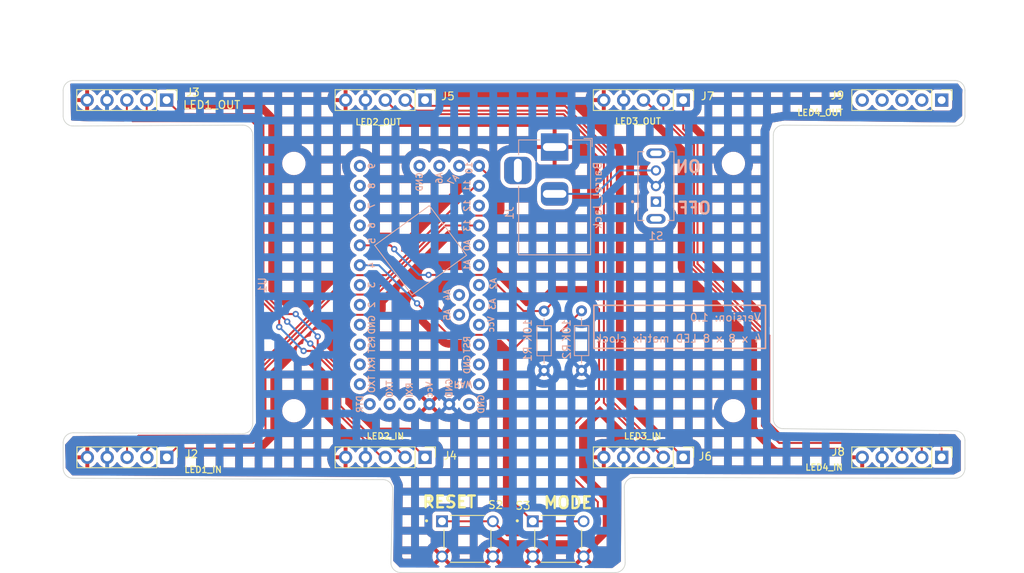
<source format=kicad_pcb>
(kicad_pcb (version 20240108) (generator "pcbnew") (generator_version "8.0")
  (layers (0 "F.Cu" signal) (31 "B.Cu" signal) (34 "B.Paste" user) (35 "F.Paste" user) (36 "B.SilkS" user "B.Silkscreen") (37 "F.SilkS" user "F.Silkscreen") (38 "B.Mask" user) (39 "F.Mask" user) (44 "Edge.Cuts" user))
  (property "design_version" "1.0")
  (net 0 "")
  (net 1 "/Vcc")
  (net 2 "Net-(J1-Pad2)")
  (net 3 "/DIN0")
  (net 4 "/CS0")
  (net 5 "/CLK0")
  (net 6 "GND")
  (net 7 "/CLK1")
  (net 8 "/DIN1")
  (net 9 "/CS1")
  (net 10 "/CS2")
  (net 11 "/DIN2")
  (net 12 "/CLK2")
  (net 13 "/CLK3")
  (net 14 "/DIN3")
  (net 15 "/CS3")
  (net 21 "/TIMER_SELECT")
  (net 22 "/MODE_SELECT")
  (footprint "Connector_PinHeader_2.54mm:PinHeader_1x05_P2.54mm_Vertical" (layer "F.Cu") (at 229.4332 108.8136 -90)
    (property "Reference" "J8" (at -0.7136 13.2332 180) (layer "F.SilkS"))
    (property "Value" "LED4_IN" (at 1.2864 15.0332 180) (layer "F.SilkS") (effects (font (size 0.8 0.8))))
    (fp_line (start -1.33 11.49) (end 1.33 11.49) (stroke (width 0.12)) (layer "F.SilkS"))
    (fp_line (start -1.33 1.27) (end -1.33 11.49) (stroke (width 0.12)) (layer "F.SilkS"))
    (fp_line (start -1.33 1.27) (end 1.33 1.27) (stroke (width 0.12)) (layer "F.SilkS"))
    (fp_line (start 1.33 1.27) (end 1.33 11.49) (stroke (width 0.12)) (layer "F.SilkS"))
    (fp_line (start -1.33 0) (end -1.33 -1.33) (stroke (width 0.12)) (layer "F.SilkS"))
    (fp_line (start -1.33 -1.33) (end 0 -1.33) (stroke (width 0.12)) (layer "F.SilkS"))
    (pad "1" thru_hole rect (at 0 0 270) (size 1.7 1.7) (drill 1) (layers "*.Cu" "*.Mask") (net 13 "/CLK3"))
    (pad "2" thru_hole oval (at 0 2.54 270) (size 1.7 1.7) (drill 1) (layers "*.Cu" "*.Mask") (net 15 "/CS3"))
    (pad "3" thru_hole oval (at 0 5.08 270) (size 1.7 1.7) (drill 1) (layers "*.Cu" "*.Mask") (net 14 "/DIN3"))
    (pad "4" thru_hole oval (at 0 7.62 270) (size 1.7 1.7) (drill 1) (layers "*.Cu" "*.Mask") (net 6 "GND"))
    (pad "5" thru_hole oval (at 0 10.16 270) (size 1.7 1.7) (drill 1) (layers "*.Cu" "*.Mask") (net 1 "/Vcc"))
  )
  (footprint "MountingHole:MountingHole_2.5mm" (layer "F.Cu") (at 202.8 71.2 180)
    (property "Reference" "H3" (hide yes))
    (property "Value" "MountingHole" (hide yes))
    (pad "" np_thru_hole circle (at 0 0 180) (size 2.5 2.5) (drill 2.5) (layers "*.Cu" "*.Mask"))
  )
  (footprint "MountingHole:MountingHole_2.5mm" (layer "F.Cu") (at 202.8 102.85 180)
    (property "Reference" "H4" (hide yes))
    (property "Value" "MountingHole" (hide yes))
    (pad "" np_thru_hole circle (at 0 0 180) (size 2.5 2.5) (drill 2.5) (layers "*.Cu" "*.Mask"))
  )
  (footprint "Connector_PinHeader_2.54mm:PinHeader_1x05_P2.54mm_Vertical" (layer "F.Cu") (at 163.3728 63.0936 -90)
    (property "Reference" "J5" (at -0.4936 -2.9272 180) (layer "F.SilkS"))
    (property "Value" "LED2_OUT" (at 2.8064 5.9728 180) (layer "F.SilkS") (effects (font (size 0.8 0.8))))
    (fp_line (start -1.33 11.49) (end 1.33 11.49) (stroke (width 0.12)) (layer "F.SilkS"))
    (fp_line (start -1.33 1.27) (end -1.33 11.49) (stroke (width 0.12)) (layer "F.SilkS"))
    (fp_line (start -1.33 1.27) (end 1.33 1.27) (stroke (width 0.12)) (layer "F.SilkS"))
    (fp_line (start 1.33 1.27) (end 1.33 11.49) (stroke (width 0.12)) (layer "F.SilkS"))
    (fp_line (start -1.33 0) (end -1.33 -1.33) (stroke (width 0.12)) (layer "F.SilkS"))
    (fp_line (start -1.33 -1.33) (end 0 -1.33) (stroke (width 0.12)) (layer "F.SilkS"))
    (pad "1" thru_hole rect (at 0 0 270) (size 1.7 1.7) (drill 1) (layers "*.Cu" "*.Mask") (net 12 "/CLK2"))
    (pad "2" thru_hole oval (at 0 2.54 270) (size 1.7 1.7) (drill 1) (layers "*.Cu" "*.Mask") (net 10 "/CS2"))
    (pad "3" thru_hole oval (at 0 5.08 270) (size 1.7 1.7) (drill 1) (layers "*.Cu" "*.Mask") (net 11 "/DIN2"))
    (pad "4" thru_hole oval (at 0 7.62 270) (size 1.7 1.7) (drill 1) (layers "*.Cu" "*.Mask") (net 6 "GND"))
    (pad "5" thru_hole oval (at 0 10.16 270) (size 1.7 1.7) (drill 1) (layers "*.Cu" "*.Mask") (net 1 "/Vcc"))
  )
  (footprint "Connector_PinHeader_2.54mm:PinHeader_1x05_P2.54mm_Vertical" (layer "F.Cu") (at 196.3878 108.8136 -90)
    (property "Reference" "J6" (at -0.1136 -2.8122 180) (layer "F.SilkS"))
    (property "Value" "LED3_IN" (at -2.7136 5.1878 180) (layer "F.SilkS") (effects (font (size 0.8 0.8))))
    (fp_line (start -1.33 11.49) (end 1.33 11.49) (stroke (width 0.12)) (layer "F.SilkS"))
    (fp_line (start -1.33 1.27) (end -1.33 11.49) (stroke (width 0.12)) (layer "F.SilkS"))
    (fp_line (start -1.33 1.27) (end 1.33 1.27) (stroke (width 0.12)) (layer "F.SilkS"))
    (fp_line (start 1.33 1.27) (end 1.33 11.49) (stroke (width 0.12)) (layer "F.SilkS"))
    (fp_line (start -1.33 0) (end -1.33 -1.33) (stroke (width 0.12)) (layer "F.SilkS"))
    (fp_line (start -1.33 -1.33) (end 0 -1.33) (stroke (width 0.12)) (layer "F.SilkS"))
    (pad "1" thru_hole rect (at 0 0 270) (size 1.7 1.7) (drill 1) (layers "*.Cu" "*.Mask") (net 12 "/CLK2"))
    (pad "2" thru_hole oval (at 0 2.54 270) (size 1.7 1.7) (drill 1) (layers "*.Cu" "*.Mask") (net 10 "/CS2"))
    (pad "3" thru_hole oval (at 0 5.08 270) (size 1.7 1.7) (drill 1) (layers "*.Cu" "*.Mask") (net 11 "/DIN2"))
    (pad "4" thru_hole oval (at 0 7.62 270) (size 1.7 1.7) (drill 1) (layers "*.Cu" "*.Mask") (net 6 "GND"))
    (pad "5" thru_hole oval (at 0 10.16 270) (size 1.7 1.7) (drill 1) (layers "*.Cu" "*.Mask") (net 1 "/Vcc"))
  )
  (footprint "Footprints for project:SW_1825967-1" (layer "F.Cu") (at 180.4 119.25)
    (property "Reference" "S3" (at -4.5 -4.25 0) (layer "F.SilkS"))
    (property "Value" "1825967-1" (hide yes))
    (fp_line (start -3 1.17) (end -3 -1.17) (stroke (width 0.127)) (layer "F.SilkS"))
    (fp_line (start -2.17 3) (end 2.17 3) (stroke (width 0.127)) (layer "F.SilkS"))
    (fp_line (start 2.17 -3) (end -2.17 -3) (stroke (width 0.127)) (layer "F.SilkS"))
    (fp_line (start 3 -1.17) (end 3 1.17) (stroke (width 0.127)) (layer "F.SilkS"))
    (fp_circle (center -5.23 -2.312) (end -5.13 -2.312) (stroke (width 0.2)) (fill none) (layer "F.SilkS"))
    (pad "1" thru_hole rect (at -3.25 -2.25) (size 1.508 1.508) (drill 1) (layers "*.Cu" "*.Mask") (net 22 "/MODE_SELECT"))
    (pad "2" thru_hole circle (at 3.25 -2.25) (size 1.508 1.508) (drill 1) (layers "*.Cu" "*.Mask") (net 22 "/MODE_SELECT"))
    (pad "3" thru_hole circle (at -3.25 2.25) (size 1.508 1.508) (drill 1) (layers "*.Cu" "*.Mask") (net 1 "/Vcc"))
    (pad "4" thru_hole circle (at 3.25 2.25) (size 1.508 1.508) (drill 1) (layers "*.Cu" "*.Mask") (net 1 "/Vcc"))
  )
  (footprint "MountingHole:MountingHole_2.5mm" (layer "F.Cu") (at 146.6 102.85 180)
    (property "Reference" "H2" (hide yes))
    (property "Value" "MountingHole" (hide yes))
    (pad "" np_thru_hole circle (at 0 0 180) (size 2.5 2.5) (drill 2.5) (layers "*.Cu" "*.Mask"))
  )
  (footprint "MountingHole:MountingHole_2.5mm" (layer "F.Cu") (at 146.6 71.2 180)
    (property "Reference" "H1" (hide yes))
    (property "Value" "MountingHole" (hide yes))
    (pad "" np_thru_hole circle (at 0 0 180) (size 2.5 2.5) (drill 2.5) (layers "*.Cu" "*.Mask"))
  )
  (footprint "Connector_PinHeader_2.54mm:PinHeader_1x05_P2.54mm_Vertical" (layer "F.Cu") (at 196.3878 63.0936 -90)
    (property "Reference" "J7" (at -0.4936 -3.1122 180) (layer "F.SilkS"))
    (property "Value" "LED3_OUT" (at 2.7064 5.7878 180) (layer "F.SilkS") (effects (font (size 0.8 0.8))))
    (fp_line (start -1.33 11.49) (end 1.33 11.49) (stroke (width 0.12)) (layer "F.SilkS"))
    (fp_line (start -1.33 1.27) (end -1.33 11.49) (stroke (width 0.12)) (layer "F.SilkS"))
    (fp_line (start -1.33 1.27) (end 1.33 1.27) (stroke (width 0.12)) (layer "F.SilkS"))
    (fp_line (start 1.33 1.27) (end 1.33 11.49) (stroke (width 0.12)) (layer "F.SilkS"))
    (fp_line (start -1.33 0) (end -1.33 -1.33) (stroke (width 0.12)) (layer "F.SilkS"))
    (fp_line (start -1.33 -1.33) (end 0 -1.33) (stroke (width 0.12)) (layer "F.SilkS"))
    (pad "1" thru_hole rect (at 0 0 270) (size 1.7 1.7) (drill 1) (layers "*.Cu" "*.Mask") (net 13 "/CLK3"))
    (pad "2" thru_hole oval (at 0 2.54 270) (size 1.7 1.7) (drill 1) (layers "*.Cu" "*.Mask") (net 15 "/CS3"))
    (pad "3" thru_hole oval (at 0 5.08 270) (size 1.7 1.7) (drill 1) (layers "*.Cu" "*.Mask") (net 14 "/DIN3"))
    (pad "4" thru_hole oval (at 0 7.62 270) (size 1.7 1.7) (drill 1) (layers "*.Cu" "*.Mask") (net 6 "GND"))
    (pad "5" thru_hole oval (at 0 10.16 270) (size 1.7 1.7) (drill 1) (layers "*.Cu" "*.Mask") (net 1 "/Vcc"))
  )
  (footprint "Connector_PinHeader_2.54mm:PinHeader_1x05_P2.54mm_Vertical" (layer "F.Cu") (at 130.3528 108.8136 -90)
    (property "Reference" "J2" (at -0.4136 -3.1472 180) (layer "F.SilkS"))
    (property "Value" "LED1_IN" (at 1.5864 -4.6472 180) (layer "F.SilkS") (effects (font (size 0.8 0.8))))
    (fp_line (start -1.33 11.49) (end 1.33 11.49) (stroke (width 0.12)) (layer "F.SilkS"))
    (fp_line (start -1.33 1.27) (end -1.33 11.49) (stroke (width 0.12)) (layer "F.SilkS"))
    (fp_line (start -1.33 1.27) (end 1.33 1.27) (stroke (width 0.12)) (layer "F.SilkS"))
    (fp_line (start 1.33 1.27) (end 1.33 11.49) (stroke (width 0.12)) (layer "F.SilkS"))
    (fp_line (start -1.33 0) (end -1.33 -1.33) (stroke (width 0.12)) (layer "F.SilkS"))
    (fp_line (start -1.33 -1.33) (end 0 -1.33) (stroke (width 0.12)) (layer "F.SilkS"))
    (pad "1" thru_hole rect (at 0 0 270) (size 1.7 1.7) (drill 1) (layers "*.Cu" "*.Mask") (net 5 "/CLK0"))
    (pad "2" thru_hole oval (at 0 2.54 270) (size 1.7 1.7) (drill 1) (layers "*.Cu" "*.Mask") (net 4 "/CS0"))
    (pad "3" thru_hole oval (at 0 5.08 270) (size 1.7 1.7) (drill 1) (layers "*.Cu" "*.Mask") (net 3 "/DIN0"))
    (pad "4" thru_hole oval (at 0 7.62 270) (size 1.7 1.7) (drill 1) (layers "*.Cu" "*.Mask") (net 6 "GND"))
    (pad "5" thru_hole oval (at 0 10.16 270) (size 1.7 1.7) (drill 1) (layers "*.Cu" "*.Mask") (net 1 "/Vcc"))
  )
  (footprint "Footprints for project:SW_1825967-1" (layer "F.Cu") (at 168.8 119.25)
    (property "Reference" "S2" (at 3.6 -4.35 360) (layer "F.SilkS"))
    (property "Value" "1825967-1" (hide yes))
    (fp_line (start -3 1.17) (end -3 -1.17) (stroke (width 0.127)) (layer "F.SilkS"))
    (fp_line (start -2.17 3) (end 2.17 3) (stroke (width 0.127)) (layer "F.SilkS"))
    (fp_line (start 2.17 -3) (end -2.17 -3) (stroke (width 0.127)) (layer "F.SilkS"))
    (fp_line (start 3 -1.17) (end 3 1.17) (stroke (width 0.127)) (layer "F.SilkS"))
    (fp_circle (center -5.23 -2.312) (end -5.13 -2.312) (stroke (width 0.2)) (fill none) (layer "F.SilkS"))
    (pad "1" thru_hole rect (at -3.25 -2.25) (size 1.508 1.508) (drill 1) (layers "*.Cu" "*.Mask") (net 21 "/TIMER_SELECT"))
    (pad "2" thru_hole circle (at 3.25 -2.25) (size 1.508 1.508) (drill 1) (layers "*.Cu" "*.Mask") (net 21 "/TIMER_SELECT"))
    (pad "3" thru_hole circle (at -3.25 2.25) (size 1.508 1.508) (drill 1) (layers "*.Cu" "*.Mask") (net 1 "/Vcc"))
    (pad "4" thru_hole circle (at 3.25 2.25) (size 1.508 1.508) (drill 1) (layers "*.Cu" "*.Mask") (net 1 "/Vcc"))
  )
  (footprint "Connector_PinHeader_2.54mm:PinHeader_1x05_P2.54mm_Vertical" (layer "F.Cu") (at 229.4332 63.0936 -90)
    (property "Reference" "J9" (at -0.5936 13.3332 180) (layer "F.SilkS"))
    (property "Value" "LED4_OUT" (at 1.6064 15.5332 180) (layer "F.SilkS") (effects (font (size 0.8 0.8))))
    (fp_line (start -1.33 11.49) (end 1.33 11.49) (stroke (width 0.12)) (layer "F.SilkS"))
    (fp_line (start -1.33 1.27) (end -1.33 11.49) (stroke (width 0.12)) (layer "F.SilkS"))
    (fp_line (start -1.33 1.27) (end 1.33 1.27) (stroke (width 0.12)) (layer "F.SilkS"))
    (fp_line (start 1.33 1.27) (end 1.33 11.49) (stroke (width 0.12)) (layer "F.SilkS"))
    (fp_line (start -1.33 0) (end -1.33 -1.33) (stroke (width 0.12)) (layer "F.SilkS"))
    (fp_line (start -1.33 -1.33) (end 0 -1.33) (stroke (width 0.12)) (layer "F.SilkS"))
    (pad "1" thru_hole rect (at 0 0 270) (size 1.7 1.7) (drill 1) (layers "*.Cu" "*.Mask"))
    (pad "2" thru_hole oval (at 0 2.54 270) (size 1.7 1.7) (drill 1) (layers "*.Cu" "*.Mask"))
    (pad "3" thru_hole oval (at 0 5.08 270) (size 1.7 1.7) (drill 1) (layers "*.Cu" "*.Mask"))
    (pad "4" thru_hole oval (at 0 7.62 270) (size 1.7 1.7) (drill 1) (layers "*.Cu" "*.Mask"))
    (pad "5" thru_hole oval (at 0 10.16 270) (size 1.7 1.7) (drill 1) (layers "*.Cu" "*.Mask"))
  )
  (footprint "Connector_PinHeader_2.54mm:PinHeader_1x05_P2.54mm_Vertical" (layer "F.Cu") (at 130.3274 63.0936 -90)
    (property "Reference" "J3" (at -0.9936 -3.3726 180) (layer "F.SilkS"))
    (property "Value" "LED1_OUT" (at 0.6064 -5.7726 180) (layer "F.SilkS"))
    (fp_line (start -1.33 11.49) (end 1.33 11.49) (stroke (width 0.12)) (layer "F.SilkS"))
    (fp_line (start -1.33 1.27) (end -1.33 11.49) (stroke (width 0.12)) (layer "F.SilkS"))
    (fp_line (start -1.33 1.27) (end 1.33 1.27) (stroke (width 0.12)) (layer "F.SilkS"))
    (fp_line (start 1.33 1.27) (end 1.33 11.49) (stroke (width 0.12)) (layer "F.SilkS"))
    (fp_line (start -1.33 0) (end -1.33 -1.33) (stroke (width 0.12)) (layer "F.SilkS"))
    (fp_line (start -1.33 -1.33) (end 0 -1.33) (stroke (width 0.12)) (layer "F.SilkS"))
    (pad "1" thru_hole rect (at 0 0 270) (size 1.7 1.7) (drill 1) (layers "*.Cu" "*.Mask") (net 7 "/CLK1"))
    (pad "2" thru_hole oval (at 0 2.54 270) (size 1.7 1.7) (drill 1) (layers "*.Cu" "*.Mask") (net 9 "/CS1"))
    (pad "3" thru_hole oval (at 0 5.08 270) (size 1.7 1.7) (drill 1) (layers "*.Cu" "*.Mask") (net 8 "/DIN1"))
    (pad "4" thru_hole oval (at 0 7.62 270) (size 1.7 1.7) (drill 1) (layers "*.Cu" "*.Mask") (net 6 "GND"))
    (pad "5" thru_hole oval (at 0 10.16 270) (size 1.7 1.7) (drill 1) (layers "*.Cu" "*.Mask") (net 1 "/Vcc"))
  )
  (footprint "Connector_PinHeader_2.54mm:PinHeader_1x05_P2.54mm_Vertical" (layer "F.Cu") (at 163.3728 108.8136 -90)
    (property "Reference" "J4" (at -0.2136 -3.2272 180) (layer "F.SilkS"))
    (property "Value" "LED2_IN" (at -2.7136 5.0728 180) (layer "F.SilkS") (effects (font (size 0.8 0.8))))
    (fp_line (start -1.33 11.49) (end 1.33 11.49) (stroke (width 0.12)) (layer "F.SilkS"))
    (fp_line (start -1.33 1.27) (end -1.33 11.49) (stroke (width 0.12)) (layer "F.SilkS"))
    (fp_line (start -1.33 1.27) (end 1.33 1.27) (stroke (width 0.12)) (layer "F.SilkS"))
    (fp_line (start 1.33 1.27) (end 1.33 11.49) (stroke (width 0.12)) (layer "F.SilkS"))
    (fp_line (start -1.33 0) (end -1.33 -1.33) (stroke (width 0.12)) (layer "F.SilkS"))
    (fp_line (start -1.33 -1.33) (end 0 -1.33) (stroke (width 0.12)) (layer "F.SilkS"))
    (pad "1" thru_hole rect (at 0 0 270) (size 1.7 1.7) (drill 1) (layers "*.Cu" "*.Mask") (net 7 "/CLK1"))
    (pad "2" thru_hole oval (at 0 2.54 270) (size 1.7 1.7) (drill 1) (layers "*.Cu" "*.Mask") (net 9 "/CS1"))
    (pad "3" thru_hole oval (at 0 5.08 270) (size 1.7 1.7) (drill 1) (layers "*.Cu" "*.Mask") (net 8 "/DIN1"))
    (pad "4" thru_hole oval (at 0 7.62 270) (size 1.7 1.7) (drill 1) (layers "*.Cu" "*.Mask") (net 6 "GND"))
    (pad "5" thru_hole oval (at 0 10.16 270) (size 1.7 1.7) (drill 1) (layers "*.Cu" "*.Mask") (net 1 "/Vcc"))
  )
  (footprint "Connector_BarrelJack:BarrelJack_Horizontal" (layer "B.Cu") (at 179.9425 69.1 90)
    (property "Reference" "J1" (at -8.45 -5.75 270) (layer "B.SilkS") (effects (justify mirror)))
    (property "Value" "Barrel_Jack" (at -6.2 5.5 270) (layer "B.SilkS") (effects (justify mirror)))
    (fp_line (start 0.9 -4.6) (end 0.9 -1.9) (stroke (width 0.12)) (layer "B.SilkS"))
    (fp_line (start -1 -4.6) (end 0.9 -4.6) (stroke (width 0.12)) (layer "B.SilkS"))
    (fp_line (start -13.8 -4.6) (end -5 -4.6) (stroke (width 0.12)) (layer "B.SilkS"))
    (fp_line (start 0.9 2) (end 0.9 4.6) (stroke (width 0.12)) (layer "B.SilkS"))
    (fp_line (start 0.9 4.6) (end -13.8 4.6) (stroke (width 0.12)) (layer "B.SilkS"))
    (fp_line (start -13.8 4.6) (end -13.8 -4.6) (stroke (width 0.12)) (layer "B.SilkS"))
    (fp_line (start 1.1 4.8) (end 1.1 3.75) (stroke (width 0.12)) (layer "B.SilkS"))
    (fp_line (start 1.1 4.8) (end 0.05 4.8) (stroke (width 0.12)) (layer "B.SilkS"))
    (pad "1" thru_hole rect (at 0 0 90) (size 3.5 3.5) (drill oval 1 3) (layers "*.Cu" "*.Mask") (net 1 "/Vcc"))
    (pad "2" thru_hole roundrect (at -6 0 90) (size 3 3.5) (drill oval 1 3) (layers "*.Cu" "*.Mask") (net 2 "Net-(J1-Pad2)"))
    (pad "3" thru_hole roundrect (at -3 -4.7 90) (size 3.5 3.5) (drill oval 3 1) (layers "*.Cu" "*.Mask"))
  )
  (footprint "Footprints for project:SW_SS12D07VG4" (layer "B.Cu") (at 192.9 74.1 90)
    (property "Reference" "S1" (at -6.4 0 0) (layer "B.SilkS") (effects (justify mirror)))
    (property "Value" "SS12D07VG4")
    (fp_line (start 4.4 -2.3) (end -4.4 -2.3) (stroke (width 0.127)) (layer "B.SilkS"))
    (fp_line (start 4.4 -1.55) (end 4.4 -2.3) (stroke (width 0.127)) (layer "B.SilkS"))
    (fp_line (start -4.4 -1.55) (end -4.4 -2.3) (stroke (width 0.127)) (layer "B.SilkS"))
    (fp_line (start 4.4 1.55) (end 4.4 2.3) (stroke (width 0.127)) (layer "B.SilkS"))
    (fp_line (start -4.4 1.55) (end -4.4 2.3) (stroke (width 0.127)) (layer "B.SilkS"))
    (fp_line (start -4.4 2.3) (end 4.4 2.3) (stroke (width 0.127)) (layer "B.SilkS"))
    (fp_circle (center -2 -3) (end -1.9 -3) (stroke (width 0.2)) (fill none) (layer "B.SilkS"))
    (pad "1" thru_hole rect (at -2 0 90) (size 1.308 1.308) (drill 0.8) (layers "*.Cu" "*.Mask"))
    (pad "2" thru_hole circle (at 0 0 90) (size 1.308 1.308) (drill 0.8) (layers "*.Cu" "*.Mask") (net 6 "GND"))
    (pad "3" thru_hole circle (at 2 0 90) (size 1.308 1.308) (drill 0.8) (layers "*.Cu" "*.Mask") (net 2 "Net-(J1-Pad2)"))
    (pad "S1" thru_hole oval (at -4.2 0 90) (size 1.23 2.46) (drill oval 0.7 1.5) (layers "*.Cu" "*.Mask"))
    (pad "S2" thru_hole oval (at 4.2 0 90) (size 1.23 2.46) (drill oval 0.7 1.5) (layers "*.Cu" "*.Mask"))
  )
  (footprint "Resistor_THT:R_Axial_DIN0204_L3.6mm_D1.6mm_P7.62mm_Horizontal" (layer "B.Cu") (at 178.6 97.71 90)
    (property "Reference" "R1" (at 2.11 -2.1 270) (layer "B.SilkS") (effects (justify mirror)))
    (property "Value" "10K" (at 5.11 -2.1 270) (layer "B.SilkS") (effects (justify mirror)))
    (fp_line (start 5.73 -0.92) (end 1.89 -0.92) (stroke (width 0.12)) (layer "B.SilkS"))
    (fp_line (start 1.89 -0.92) (end 1.89 0.92) (stroke (width 0.12)) (layer "B.SilkS"))
    (fp_line (start 5.73 0) (end 6.68 0) (stroke (width 0.12)) (layer "B.SilkS"))
    (fp_line (start 1.89 0) (end 0.94 0) (stroke (width 0.12)) (layer "B.SilkS"))
    (fp_line (start 5.73 0.92) (end 5.73 -0.92) (stroke (width 0.12)) (layer "B.SilkS"))
    (fp_line (start 1.89 0.92) (end 5.73 0.92) (stroke (width 0.12)) (layer "B.SilkS"))
    (pad "1" thru_hole circle (at 0 0 90) (size 1.4 1.4) (drill 0.7) (layers "*.Cu" "*.Mask") (net 6 "GND"))
    (pad "2" thru_hole oval (at 7.62 0 90) (size 1.4 1.4) (drill 0.7) (layers "*.Cu" "*.Mask") (net 21 "/TIMER_SELECT"))
  )
  (footprint "Resistor_THT:R_Axial_DIN0204_L3.6mm_D1.6mm_P7.62mm_Horizontal" (layer "B.Cu") (at 183.388 97.6884 90)
    (property "Reference" "R2" (at 2.3884 -1.888 270) (layer "B.SilkS") (effects (justify mirror)))
    (property "Value" "10K" (at 5.0884 -1.92 270) (layer "B.SilkS") (effects (justify mirror)))
    (fp_line (start 5.73 -0.92) (end 1.89 -0.92) (stroke (width 0.12)) (layer "B.SilkS"))
    (fp_line (start 1.89 -0.92) (end 1.89 0.92) (stroke (width 0.12)) (layer "B.SilkS"))
    (fp_line (start 5.73 0) (end 6.68 0) (stroke (width 0.12)) (layer "B.SilkS"))
    (fp_line (start 1.89 0) (end 0.94 0) (stroke (width 0.12)) (layer "B.SilkS"))
    (fp_line (start 5.73 0.92) (end 5.73 -0.92) (stroke (width 0.12)) (layer "B.SilkS"))
    (fp_line (start 1.89 0.92) (end 5.73 0.92) (stroke (width 0.12)) (layer "B.SilkS"))
    (pad "1" thru_hole circle (at 0 0 90) (size 1.4 1.4) (drill 0.7) (layers "*.Cu" "*.Mask") (net 6 "GND"))
    (pad "2" thru_hole oval (at 7.62 0 90) (size 1.4 1.4) (drill 0.7) (layers "*.Cu" "*.Mask") (net 22 "/MODE_SELECT"))
  )
  (footprint "Footprints for project:ArduinoProMiniCustom" (layer "B.Cu") (at 152.495 66.445 -90)
    (property "Reference" "U1" (at 20.32 9.906 90) (layer "B.SilkS") (effects (justify mirror)))
    (property "Value" "ArduinoProMiniSimple")
    (fp_line (start 15.24 -4.445) (end 21.59 -9.2075) (stroke (width 0.12)) (layer "B.SilkS"))
    (fp_line (start 15.24 -4.445) (end 10.16 -11.43) (stroke (width 0.12)) (layer "B.SilkS"))
    (fp_line (start 21.59 -9.2075) (end 16.51 -16.1925) (stroke (width 0.12)) (layer "B.SilkS"))
    (fp_line (start 10.16 -11.43) (end 16.51 -16.1925) (stroke (width 0.12)) (layer "B.SilkS"))
    (fp_text user "GND" (at 7.131827 -10.16 90) (layer "B.SilkS") (effects (font (size 0.8 0.8)) (justify mirror)))
    (fp_text user "9" (at 5.08 -4.064 90) (layer "B.SilkS") (effects (font (size 0.8 0.8)) (justify mirror)))
    (fp_text user "A3" (at 22.755 -19.505 90) (layer "B.SilkS") (effects (font (size 0.8 0.8)) (justify mirror)))
    (fp_text user "RST" (at 27.94 -16.256 90) (layer "B.SilkS") (effects (font (size 0.8 0.8)) (justify mirror)))
    (fp_text user "8" (at 7.62 -4.064 90) (layer "B.SilkS") (effects (font (size 0.8 0.8)) (justify mirror)))
    (fp_text user "7" (at 10.16 -4.064 90) (layer "B.SilkS") (effects (font (size 0.8 0.8)) (justify mirror)))
    (fp_text user "GND" (at 30.48 -16.256 90) (layer "B.SilkS") (effects (font (size 0.8 0.8)) (justify mirror)))
    (fp_text user "RXI" (at 30.48 -4.064 90) (layer "B.SilkS") (effects (font (size 0.8 0.8)) (justify mirror)))
    (fp_text user "A4" (at 21.59 -13.716 90) (layer "B.SilkS") (effects (font (size 0.8 0.8)) (justify mirror)))
    (fp_text user "A1" (at 17.78 -16.256 90) (layer "B.SilkS") (effects (font (size 0.8 0.8)) (justify mirror)))
    (fp_text user "GND" (at 33.528 -13.97 90) (layer "B.SilkS") (effects (font (size 0.8 0.8)) (justify mirror)))
    (fp_text user "4" (at 17.78 -4.064 90) (layer "B.SilkS") (effects (font (size 0.8 0.8)) (justify mirror)))
    (fp_text user "A7" (at 6.858 -14.478 45) (layer "B.SilkS") (effects (font (size 0.8 0.8)) (justify mirror)))
    (fp_text user "RST" (at 27.94 -4.064 90) (layer "B.SilkS") (effects (font (size 0.8 0.8)) (justify mirror)))
    (fp_text user "2" (at 22.86 -4.064 90) (layer "B.SilkS") (effects (font (size 0.8 0.8)) (justify mirror)))
    (fp_text user "GND" (at 25.4 -4.064 90) (layer "B.SilkS") (effects (font (size 0.8 0.8)) (justify mirror)))
    (fp_text user "11" (at 7.62 -16.256 90) (layer "B.SilkS") (effects (font (size 0.8 0.8)) (justify mirror)))
    (fp_text user "A6" (at 6.636589 -12.7 90) (layer "B.SilkS") (effects (font (size 0.8 0.8)) (justify mirror)))
    (fp_text user "A2" (at 20.155 -19.605 90) (layer "B.SilkS") (effects (font (size 0.8 0.8)) (justify mirror)))
    (fp_text user "GND" (at 35.56 -18.034 90) (layer "B.SilkS") (effects (font (size 0.8 0.8)) (justify mirror)))
    (fp_text user "3" (at 20.32 -4.064 90) (layer "B.SilkS") (effects (font (size 0.8 0.8)) (justify mirror)))
    (fp_text user "DTR" (at 35.56 -2.54 90) (layer "B.SilkS") (effects (font (size 0.8 0.8)) (justify mirror)))
    (fp_text user "TXO" (at 33.642286 -6.35 90) (layer "B.SilkS") (effects (font (size 0.8 0.8)) (justify mirror)))
    (fp_text user "RXI" (at 33.775619 -8.89 90) (layer "B.SilkS") (effects (font (size 0.8 0.8)) (justify mirror)))
    (fp_text user "10" (at 5.334 -16.51 90) (layer "B.SilkS") (effects (font (size 0.8 0.8)) (justify mirror)))
    (fp_text user "A0" (at 15.24 -16.256 90) (layer "B.SilkS") (effects (font (size 0.8 0.8)) (justify mirror)))
    (fp_text user "Vcc" (at 25.355 -19.305 90) (layer "B.SilkS") (effects (font (size 0.8 0.8)) (justify mirror)))
    (fp_text user "Vcc" (at 33.718476 -11.43 90) (layer "B.SilkS") (effects (font (size 0.8 0.8)) (justify mirror)))
    (fp_text user "TXO" (at 33.02 -4.064 90) (layer "B.SilkS") (effects (font (size 0.8 0.8)) (justify mirror)))
    (fp_text user "6" (at 12.7 -4.064 90) (layer "B.SilkS") (effects (font (size 0.8 0.8)) (justify mirror)))
    (fp_text user "5" (at 14.655 -4.105 90) (layer "B.SilkS") (effects (font (size 0.8 0.8)) (justify mirror)))
    (fp_text user "12" (at 10.16 -16.256 90) (layer "B.SilkS") (effects (font (size 0.8 0.8)) (justify mirror)))
    (fp_text user "A5" (at 24.13 -13.716 90) (layer "B.SilkS") (effects (font (size 0.8 0.8)) (justify mirror)))
    (fp_text user "13" (at 12.7 -16.256 90) (layer "B.SilkS") (effects (font (size 0.8 0.8)) (justify mirror)))
    (fp_text user "RAW" (at 33.02 -15.748 180) (layer "B.SilkS") (effects (font (size 0.8 0.8)) (justify mirror)))
    (pad "0" thru_hole circle (at 33.02 -2.54 270) (size 1.524 1.524) (drill 0.762) (layers "*.Cu" "*.Mask"))
    (pad "1" thru_hole circle (at 30.48 -2.54 270) (size 1.524 1.524) (drill 0.762) (layers "*.Cu" "*.Mask"))
    (pad "2" thru_hole circle (at 27.94 -2.54 270) (size 1.524 1.524) (drill 0.762) (layers "*.Cu" "*.Mask"))
    (pad "3" thru_hole circle (at 25.4 -2.54 270) (size 1.524 1.524) (drill 0.762) (layers "*.Cu" "*.Mask"))
    (pad "4" thru_hole circle (at 22.86 -2.54 270) (size 1.524 1.524) (drill 0.762) (layers "*.Cu" "*.Mask"))
    (pad "5" thru_hole circle (at 20.32 -2.54 270) (size 1.524 1.524) (drill 0.762) (layers "*.Cu" "*.Mask"))
    (pad "6" thru_hole circle (at 17.78 -2.54 270) (size 1.524 1.524) (drill 0.762) (layers "*.Cu" "*.Mask") (net 22 "/MODE_SELECT"))
    (pad "7" thru_hole circle (at 15.24 -2.54 270) (size 1.524 1.524) (drill 0.762) (layers "*.Cu" "*.Mask") (net 21 "/TIMER_SELECT"))
    (pad "8" thru_hole circle (at 12.7 -2.54 270) (size 1.524 1.524) (drill 0.762) (layers "*.Cu" "*.Mask"))
    (pad "9" thru_hole circle (at 10.16 -2.54 270) (size 1.524 1.524) (drill 0.762) (layers "*.Cu" "*.Mask"))
    (pad "10" thru_hole circle (at 7.62 -2.54 270) (size 1.524 1.524) (drill 0.762) (layers "*.Cu" "*.Mask"))
    (pad "11" thru_hole circle (at 5.08 -2.54 270) (size 1.524 1.524) (drill 0.762) (layers "*.Cu" "*.Mask"))
    (pad "12" thru_hole circle (at 5.08 -10.16 270) (size 1.524 1.524) (drill 0.762) (layers "*.Cu" "*.Mask"))
    (pad "13" thru_hole circle (at 5.08 -12.7 270) (size 1.524 1.524) (drill 0.762) (layers "*.Cu" "*.Mask"))
    (pad "14" thru_hole circle (at 5.08 -15.24 270) (size 1.524 1.524) (drill 0.762) (layers "*.Cu" "*.Mask"))
    (pad "15" thru_hole circle (at 5.08 -17.78 270) (size 1.524 1.524) (drill 0.762) (layers "*.Cu" "*.Mask") (net 4 "/CS0"))
    (pad "16" thru_hole circle (at 7.62 -17.78 270) (size 1.524 1.524) (drill 0.762) (layers "*.Cu" "*.Mask") (net 3 "/DIN0"))
    (pad "17" thru_hole circle (at 10.16 -17.78 270) (size 1.524 1.524) (drill 0.762) (layers "*.Cu" "*.Mask"))
    (pad "18" thru_hole circle (at 12.7 -17.78 270) (size 1.524 1.524) (drill 0.762) (layers "*.Cu" "*.Mask") (net 5 "/CLK0"))
    (pad "19" thru_hole circle (at 15.24 -17.78 270) (size 1.524 1.524) (drill 0.762) (layers "*.Cu" "*.Mask"))
    (pad "20" thru_hole circle (at 17.78 -17.78 270) (size 1.524 1.524) (drill 0.762) (layers "*.Cu" "*.Mask"))
    (pad "21" thru_hole circle (at 20.32 -17.78 270) (size 1.524 1.524) (drill 0.762) (layers "*.Cu" "*.Mask"))
    (pad "22" thru_hole circle (at 22.86 -17.78 270) (size 1.524 1.524) (drill 0.762) (layers "*.Cu" "*.Mask"))
    (pad "23" thru_hole circle (at 25.4 -17.78 270) (size 1.524 1.524) (drill 0.762) (layers "*.Cu" "*.Mask"))
    (pad "24" thru_hole circle (at 27.94 -17.78 270) (size 1.524 1.524) (drill 0.762) (layers "*.Cu" "*.Mask"))
    (pad "25" thru_hole circle (at 30.48 -17.78 270) (size 1.524 1.524) (drill 0.762) (layers "*.Cu" "*.Mask"))
    (pad "26" thru_hole circle (at 33.02 -17.78 270) (size 1.524 1.524) (drill 0.762) (layers "*.Cu" "*.Mask"))
    (pad "27" thru_hole circle (at 35.56 -16.51 270) (size 1.524 1.524) (drill 0.762) (layers "*.Cu" "*.Mask"))
    (pad "28" thru_hole circle (at 35.56 -13.97 270) (size 1.524 1.524) (drill 0.762) (layers "*.Cu" "*.Mask") (net 6 "GND"))
    (pad "29" thru_hole circle (at 35.56 -11.43 270) (size 1.524 1.524) (drill 0.762) (layers "*.Cu" "*.Mask") (net 1 "/Vcc"))
    (pad "30" thru_hole circle (at 35.56 -8.89 270) (size 1.524 1.524) (drill 0.762) (layers "*.Cu" "*.Mask"))
    (pad "31" thru_hole circle (at 35.56 -6.35 270) (size 1.524 1.524) (drill 0.762) (layers "*.Cu" "*.Mask"))
    (pad "32" thru_hole circle (at 35.56 -3.81 270) (size 1.524 1.524) (drill 0.762) (layers "*.Cu" "*.Mask"))
    (pad "33" thru_hole circle (at 21.59 -15.24 270) (size 1.524 1.524) (drill 0.762) (layers "*.Cu" "*.Mask"))
    (pad "34" thru_hole circle (at 24.13 -15.24 270) (size 1.524 1.524) (drill 0.762) (layers "*.Cu" "*.Mask"))
  )
  (gr_rect (start 184.9628 89.3572) (end 206.9084 94.869) (stroke (width 0.2)) (fill none) (layer "B.SilkS"))
  (gr_arc (start 141.341974 104.511974) (mid 140.97 105.41) (end 140.071974 105.781974) (stroke (width 0.1)) (layer "Edge.Cuts"))
  (gr_arc (start 157.978974 111.667426) (mid 158.877 112.0394) (end 159.248974 112.937426) (stroke (width 0.1)) (layer "Edge.Cuts"))
  (gr_line (start 209.178026 66.303026) (end 231.14 66.411974) (stroke (width 0.1)) (layer "Edge.Cuts"))
  (gr_line (start 160.283026 123.561974) (end 187.696974 123.561974) (stroke (width 0.1)) (layer "Edge.Cuts"))
  (gr_arc (start 118.373026 111.496974) (mid 117.475 111.125) (end 117.103026 110.226974) (stroke (width 0.1)) (layer "Edge.Cuts"))
  (gr_line (start 117.103026 61.858026) (end 117.103026 65.141974) (stroke (width 0.1)) (layer "Edge.Cuts"))
  (gr_arc (start 160.283026 123.561974) (mid 159.385 123.19) (end 159.013026 122.291974) (stroke (width 0.1)) (layer "Edge.Cuts"))
  (gr_line (start 159.248974 112.937426) (end 159.013026 122.291974) (stroke (width 0.1)) (layer "Edge.Cuts"))
  (gr_line (start 190.128026 111.388026) (end 231.14 111.496974) (stroke (width 0.1)) (layer "Edge.Cuts"))
  (gr_arc (start 232.41 65.141974) (mid 232.038026 66.04) (end 231.14 66.411974) (stroke (width 0.1)) (layer "Edge.Cuts"))
  (gr_line (start 232.41 110.226974) (end 232.41 106.68) (stroke (width 0.1)) (layer "Edge.Cuts"))
  (gr_line (start 117.103026 106.943026) (end 117.103026 110.226974) (stroke (width 0.1)) (layer "Edge.Cuts"))
  (gr_arc (start 117.103026 61.858026) (mid 117.475 60.96) (end 118.373026 60.588026) (stroke (width 0.1)) (layer "Edge.Cuts"))
  (gr_arc (start 188.858026 112.658026) (mid 189.23 111.76) (end 190.128026 111.388026) (stroke (width 0.1)) (layer "Edge.Cuts"))
  (gr_line (start 118.373026 111.496974) (end 157.978974 111.667426) (stroke (width 0.1)) (layer "Edge.Cuts"))
  (gr_arc (start 209.178026 105.146974) (mid 208.28 104.775) (end 207.908026 103.876974) (stroke (width 0.1)) (layer "Edge.Cuts"))
  (gr_line (start 141.341974 67.573026) (end 141.341974 104.511974) (stroke (width 0.1)) (layer "Edge.Cuts"))
  (gr_line (start 140.071974 105.781974) (end 118.373026 105.673026) (stroke (width 0.1)) (layer "Edge.Cuts"))
  (gr_line (start 232.41 65.141974) (end 232.41 61.858026) (stroke (width 0.1)) (layer "Edge.Cuts"))
  (gr_arc (start 117.103026 106.943026) (mid 117.475 106.045) (end 118.373026 105.673026) (stroke (width 0.1)) (layer "Edge.Cuts"))
  (gr_line (start 118.373026 66.411974) (end 140.071974 66.303026) (stroke (width 0.1)) (layer "Edge.Cuts"))
  (gr_line (start 231.14 105.41) (end 209.178026 105.146974) (stroke (width 0.1)) (layer "Edge.Cuts"))
  (gr_arc (start 207.908026 67.573026) (mid 208.28 66.675) (end 209.178026 66.303026) (stroke (width 0.1)) (layer "Edge.Cuts"))
  (gr_arc (start 232.41 110.226974) (mid 232.038026 111.125) (end 231.14 111.496974) (stroke (width 0.1)) (layer "Edge.Cuts"))
  (gr_line (start 188.966974 122.291974) (end 188.858026 112.658026) (stroke (width 0.1)) (layer "Edge.Cuts"))
  (gr_arc (start 231.14 105.41) (mid 232.038026 105.781974) (end 232.41 106.68) (stroke (width 0.1)) (layer "Edge.Cuts"))
  (gr_line (start 207.908026 103.876974) (end 207.908026 67.573026) (stroke (width 0.1)) (layer "Edge.Cuts"))
  (gr_arc (start 188.966974 122.291974) (mid 188.595 123.19) (end 187.696974 123.561974) (stroke (width 0.1)) (layer "Edge.Cuts"))
  (gr_arc (start 118.373026 66.411974) (mid 117.475 66.04) (end 117.103026 65.141974) (stroke (width 0.1)) (layer "Edge.Cuts"))
  (gr_arc (start 140.071974 66.303026) (mid 140.97 66.675) (end 141.341974 67.573026) (stroke (width 0.1)) (layer "Edge.Cuts"))
  (gr_arc (start 231.14 60.588026) (mid 232.038026 60.96) (end 232.41 61.858026) (stroke (width 0.1)) (layer "Edge.Cuts"))
  (gr_line (start 231.14 60.588026) (end 118.373026 60.588026) (stroke (width 0.1)) (layer "Edge.Cuts"))
  (gr_text "4 x 8 x 8 LED matrix clock" (at 206.5 94.2 0) (layer "B.SilkS") (effects (font (size 1 1)) (justify left bottom mirror)))
  (gr_text "Version: ${design_version}" (at 206.4 91.5 0) (layer "B.SilkS") (effects (font (size 1 1)) (justify left bottom mirror)))
  (gr_text "ON" (at 198.8 72.5 0) (layer "B.SilkS") (effects (font (size 1.5 1.5) (thickness 0.3) (bold yes)) (justify left bottom mirror)))
  (gr_text "OFF" (at 200.1 77.8 0) (layer "B.SilkS") (effects (font (size 1.5 1.5) (thickness 0.3) (bold yes)) (justify left bottom mirror)))
  (gr_text "RESET" (at 162.9 115.4 0) (layer "F.SilkS") (effects (font (size 1.5 1.5) (thickness 0.3) (bold yes)) (justify left bottom)))
  (gr_text "MODE" (at 178.4 115.5 0) (layer "F.SilkS") (effects (font (size 1.5 1.5) (thickness 0.3) (bold yes)) (justify left bottom)))
  (segment (start 185.2754 75.1) (end 188.2754 72.1) (width 0.25) (layer "B.Cu") (net 2))
  (segment (start 188.2754 72.1) (end 192.9 72.1) (width 0.25) (layer "B.Cu") (net 2))
  (segment (start 179.9425 75.1) (end 185.2754 75.1) (width 0.25) (layer "B.Cu") (net 2))
  (segment (start 140.9446 106.0196) (end 142.0694 104.8948) (width 0.25) (layer "F.Cu") (net 3))
  (segment (start 142.0694 97.097) (end 153.67 85.4964) (width 0.25) (layer "F.Cu") (net 3))
  (segment (start 140.9446 106.045) (end 140.9446 106.0196) (width 0.25) (layer "F.Cu") (net 3))
  (segment (start 153.67 85.4964) (end 158.393004 85.4964) (width 0.25) (layer "F.Cu") (net 3))
  (segment (start 126.7206 106.045) (end 140.9446 106.045) (width 0.25) (layer "F.Cu") (net 3))
  (segment (start 125.2728 108.8136) (end 125.2728 107.4928) (width 0.25) (layer "F.Cu") (net 3))
  (segment (start 158.393004 85.4964) (end 169.824404 74.065) (width 0.25) (layer "F.Cu") (net 3))
  (segment (start 142.0694 104.8948) (end 142.0694 97.097) (width 0.25) (layer "F.Cu") (net 3))
  (segment (start 125.2728 107.4928) (end 126.7206 106.045) (width 0.25) (layer "F.Cu") (net 3))
  (segment (start 169.824404 74.065) (end 170.275 74.065) (width 0.25) (layer "F.Cu") (net 3))
  (segment (start 171.9072 77.0128) (end 171.9072 73.1572) (width 0.25) (layer "F.Cu") (net 4))
  (segment (start 166.6494 77.8764) (end 171.0436 77.8764) (width 0.25) (layer "F.Cu") (net 4))
  (segment (start 156.5402 87.9856) (end 166.6494 77.8764) (width 0.25) (layer "F.Cu") (net 4))
  (segment (start 142.5194 97.283396) (end 151.817196 87.9856) (width 0.25) (layer "F.Cu") (net 4))
  (segment (start 141.130996 106.495) (end 142.5194 105.106596) (width 0.25) (layer "F.Cu") (net 4))
  (segment (start 142.5194 105.106596) (end 142.5194 97.283396) (width 0.25) (layer "F.Cu") (net 4))
  (segment (start 171.9072 73.1572) (end 170.275 71.525) (width 0.25) (layer "F.Cu") (net 4))
  (segment (start 127.8128 108.8136) (end 127.8128 107.8484) (width 0.25) (layer "F.Cu") (net 4))
  (segment (start 151.817196 87.9856) (end 156.5402 87.9856) (width 0.25) (layer "F.Cu") (net 4))
  (segment (start 127.8128 107.8484) (end 129.1662 106.495) (width 0.25) (layer "F.Cu") (net 4))
  (segment (start 171.0436 77.8764) (end 171.9072 77.0128) (width 0.25) (layer "F.Cu") (net 4))
  (segment (start 129.1662 106.495) (end 141.130996 106.495) (width 0.25) (layer "F.Cu") (net 4))
  (segment (start 149.862792 90.5764) (end 155.9306 90.5764) (width 0.25) (layer "F.Cu") (net 5))
  (segment (start 155.9306 90.5764) (end 156.726596 89.780404) (width 0.25) (layer "F.Cu") (net 5))
  (segment (start 132.2214 106.945) (end 141.3908 106.945) (width 0.25) (layer "F.Cu") (net 5))
  (segment (start 166.017196 79.145) (end 170.275 79.145) (width 0.25) (layer "F.Cu") (net 5))
  (segment (start 141.3908 106.945) (end 142.9694 105.3664) (width 0.25) (layer "F.Cu") (net 5))
  (segment (start 142.9694 97.469792) (end 149.862792 90.5764) (width 0.25) (layer "F.Cu") (net 5))
  (segment (start 130.3528 108.8136) (end 132.2214 106.945) (width 0.25) (layer "F.Cu") (net 5))
  (segment (start 156.726596 88.4356) (end 166.017196 79.145) (width 0.25) (layer "F.Cu") (net 5))
  (segment (start 142.9694 105.3664) (end 142.9694 97.469792) (width 0.25) (layer "F.Cu") (net 5))
  (segment (start 156.726596 89.780404) (end 156.726596 88.4356) (width 0.25) (layer "F.Cu") (net 5))
  (segment (start 149.65 94.563604) (end 149.65 93.35) (width 0.25) (layer "F.Cu") (net 7))
  (segment (start 163.3728 108.8136) (end 161.1956 106.6364) (width 0.25) (layer "F.Cu") (net 7))
  (segment (start 156.955196 106.6364) (end 152.5452 102.226404) (width 0.25) (layer "F.Cu") (net 7))
  (segment (start 152.5452 102.226404) (end 152.5452 97.458804) (width 0.25) (layer "F.Cu") (net 7))
  (segment (start 161.1956 106.6364) (end 156.955196 106.6364) (width 0.25) (layer "F.Cu") (net 7))
  (segment (start 152.5452 97.458804) (end 149.65 94.563604) (width 0.25) (layer "F.Cu") (net 7))
  (segment (start 146.8374 90.4748) (end 145.411196 90.4748) (width 0.25) (layer "F.Cu") (net 7))
  (segment (start 145.411196 90.4748) (end 142.7082 87.771804) (width 0.25) (layer "F.Cu") (net 7))
  (segment (start 132.1198 64.886) (end 130.3274 63.0936) (width 0.25) (layer "F.Cu") (net 7))
  (segment (start 142.7082 65.871804) (end 141.722396 64.886) (width 0.25) (layer "F.Cu") (net 7))
  (segment (start 141.722396 64.886) (end 132.1198 64.886) (width 0.25) (layer "F.Cu") (net 7))
  (segment (start 142.7082 87.771804) (end 142.7082 65.871804) (width 0.25) (layer "F.Cu") (net 7))
  (via (at 146.8374 90.4748) (size 0.8) (drill 0.4) (layers "F.Cu" "B.Cu") (net 7))
  (via (at 149.65 93.35) (size 0.8) (drill 0.4) (layers "F.Cu" "B.Cu") (net 7))
  (segment (start 149.65 93.2874) (end 146.8374 90.4748) (width 0.25) (layer "B.Cu") (net 7))
  (segment (start 149.65 93.35) (end 149.65 93.2874) (width 0.25) (layer "B.Cu") (net 7))
  (segment (start 141.8082 88.1634) (end 141.8082 66.3956) (width 0.25) (layer "F.Cu") (net 8))
  (segment (start 144.7292 91.0844) (end 141.8082 88.1634) (width 0.25) (layer "F.Cu") (net 8))
  (segment (start 151.6452 102.599196) (end 151.6452 97.831596) (width 0.25) (layer "F.Cu") (net 8))
  (segment (start 125.984 65.786) (end 125.2474 65.0494) (width 0.25) (layer "F.Cu") (net 8))
  (segment (start 151.6452 97.831596) (end 149.013604 95.2) (width 0.25) (layer "F.Cu") (net 8))
  (segment (start 125.2474 65.0494) (end 125.2474 63.0936) (width 0.25) (layer "F.Cu") (net 8))
  (segment (start 141.8082 66.3956) (end 141.1986 65.786) (width 0.25) (layer "F.Cu") (net 8))
  (segment (start 157.859604 108.8136) (end 151.6452 102.599196) (width 0.25) (layer "F.Cu") (net 8))
  (segment (start 158.2928 108.8136) (end 157.859604 108.8136) (width 0.25) (layer "F.Cu") (net 8))
  (segment (start 144.7292 92.1258) (end 144.7292 91.0844) (width 0.25) (layer "F.Cu") (net 8))
  (segment (start 141.1986 65.786) (end 125.984 65.786) (width 0.25) (layer "F.Cu") (net 8))
  (segment (start 149.013604 95.2) (end 147.85 95.2) (width 0.25) (layer "F.Cu") (net 8))
  (via (at 147.85 95.2) (size 0.8) (drill 0.4) (layers "F.Cu" "B.Cu") (net 8))
  (via (at 144.7292 92.1258) (size 0.8) (drill 0.4) (layers "F.Cu" "B.Cu") (net 8))
  (segment (start 144.6022 91.9988) (end 144.7292 92.1258) (width 0.25) (layer "B.Cu") (net 8))
  (segment (start 147.8034 95.2) (end 144.7292 92.1258) (width 0.25) (layer "B.Cu") (net 8))
  (segment (start 147.85 95.2) (end 147.8034 95.2) (width 0.25) (layer "B.Cu") (net 8))
  (segment (start 128.5312 65.336) (end 127.7874 64.5922) (width 0.25) (layer "F.Cu") (net 9))
  (segment (start 141.536 65.336) (end 128.5312 65.336) (width 0.25) (layer "F.Cu") (net 9))
  (segment (start 160.8328 108.8136) (end 159.1056 107.0864) (width 0.25) (layer "F.Cu") (net 9))
  (segment (start 156.7688 107.0864) (end 152.0952 102.4128) (width 0.25) (layer "F.Cu") (net 9))
  (segment (start 152.0952 102.4128) (end 152.0952 97.6452) (width 0.25) (layer "F.Cu") (net 9))
  (segment (start 127.7874 64.5922) (end 127.7874 63.0936) (width 0.25) (layer "F.Cu") (net 9))
  (segment (start 142.2582 87.9582) (end 142.2582 66.0582) (width 0.25) (layer "F.Cu") (net 9))
  (segment (start 152.0952 97.6452) (end 148.7 94.25) (width 0.25) (layer "F.Cu") (net 9))
  (segment (start 159.1056 107.0864) (end 156.7688 107.0864) (width 0.25) (layer "F.Cu") (net 9))
  (segment (start 142.2582 66.0582) (end 141.536 65.336) (width 0.25) (layer "F.Cu") (net 9))
  (segment (start 145.75 91.45) (end 142.2582 87.9582) (width 0.25) (layer "F.Cu") (net 9))
  (via (at 145.75 91.45) (size 0.8) (drill 0.4) (layers "F.Cu" "B.Cu") (net 9))
  (via (at 148.7 94.25) (size 0.8) (drill 0.4) (layers "F.Cu" "B.Cu") (net 9))
  (segment (start 148.55 94.25) (end 145.75 91.45) (width 0.25) (layer "B.Cu") (net 9))
  (segment (start 148.7 94.25) (end 148.55 94.25) (width 0.25) (layer "B.Cu") (net 9))
  (segment (start 186.692622 101.658422) (end 193.8478 108.8136) (width 0.25) (layer "F.Cu") (net 10))
  (segment (start 162.1862 64.447) (end 181.260204 64.447) (width 0.25) (layer "F.Cu") (net 10))
  (segment (start 186.692622 69.879418) (end 186.692622 101.658422) (width 0.25) (layer "F.Cu") (net 10))
  (segment (start 181.260204 64.447) (end 186.692622 69.879418) (width 0.25) (layer "F.Cu") (net 10))
  (segment (start 160.8328 63.0936) (end 162.1862 64.447) (width 0.25) (layer "F.Cu") (net 10))
  (segment (start 186.242622 101.844818) (end 191.3078 106.909996) (width 0.25) (layer "F.Cu") (net 11))
  (segment (start 191.3078 106.909996) (end 191.3078 108.8136) (width 0.25) (layer "F.Cu") (net 11))
  (segment (start 186.242622 70.065814) (end 186.242622 101.844818) (width 0.25) (layer "F.Cu") (net 11))
  (segment (start 160.0962 64.897) (end 181.073808 64.897) (width 0.25) (layer "F.Cu") (net 11))
  (segment (start 181.073808 64.897) (end 186.242622 70.065814) (width 0.25) (layer "F.Cu") (net 11))
  (segment (start 158.2928 63.0936) (end 160.0962 64.897) (width 0.25) (layer "F.Cu") (net 11))
  (segment (start 192.502996 106.8324) (end 194.4066 106.8324) (width 0.25) (layer "F.Cu") (net 12))
  (segment (start 164.1094 63.8302) (end 181.2798 63.8302) (width 0.25) (layer "F.Cu") (net 12))
  (segment (start 163.3728 63.0936) (end 164.1094 63.8302) (width 0.25) (layer "F.Cu") (net 12))
  (segment (start 187.142622 101.472026) (end 192.502996 106.8324) (width 0.25) (layer "F.Cu") (net 12))
  (segment (start 181.2798 63.8302) (end 187.142622 69.693022) (width 0.25) (layer "F.Cu") (net 12))
  (segment (start 194.4066 106.8324) (end 196.3878 108.8136) (width 0.25) (layer "F.Cu") (net 12))
  (segment (start 187.142622 69.693022) (end 187.142622 101.472026) (width 0.25) (layer "F.Cu") (net 12))
  (segment (start 196.3878 66.795604) (end 198.2144 68.622204) (width 0.25) (layer "F.Cu") (net 13))
  (segment (start 198.2144 68.622204) (end 198.2144 84.040004) (width 0.25) (layer "F.Cu") (net 13))
  (segment (start 198.2144 84.040004) (end 207.391 93.216604) (width 0.25) (layer "F.Cu") (net 13))
  (segment (start 196.3878 63.0936) (end 196.3878 66.795604) (width 0.25) (layer "F.Cu") (net 13))
  (segment (start 209.019392 106.0704) (end 228.1682 106.0704) (width 0.25) (layer "F.Cu") (net 13))
  (segment (start 207.391 104.442008) (end 209.019392 106.0704) (width 0.25) (layer "F.Cu") (net 13))
  (segment (start 229.4332 107.3354) (end 229.4332 108.8136) (width 0.25) (layer "F.Cu") (net 13))
  (segment (start 207.391 93.216604) (end 207.391 104.442008) (width 0.25) (layer "F.Cu") (net 13))
  (segment (start 228.1682 106.0704) (end 229.4332 107.3354) (width 0.25) (layer "F.Cu") (net 13))
  (segment (start 208.6466 106.9704) (end 223.7088 106.9704) (width 0.25) (layer "F.Cu") (net 14))
  (segment (start 191.3078 63.0936) (end 191.413004 63.0936) (width 0.25) (layer "F.Cu") (net 14))
  (segment (start 223.7088 106.9704) (end 224.3532 107.6148) (width 0.25) (layer "F.Cu") (net 14))
  (segment (start 191.413004 63.0936) (end 197.3144 68.994996) (width 0.25) (layer "F.Cu") (net 14))
  (segment (start 224.3532 107.6148) (end 224.3532 108.8136) (width 0.25) (layer "F.Cu") (net 14))
  (segment (start 206.4512 93.549596) (end 206.4512 104.775) (width 0.25) (layer "F.Cu") (net 14))
  (segment (start 206.4512 104.775) (end 208.6466 106.9704) (width 0.25) (layer "F.Cu") (net 14))
  (segment (start 197.3144 84.412796) (end 206.4512 93.549596) (width 0.25) (layer "F.Cu") (net 14))
  (segment (start 197.3144 68.994996) (end 197.3144 84.412796) (width 0.25) (layer "F.Cu") (net 14))
  (segment (start 193.8478 63.0936) (end 193.8478 64.892) (width 0.25) (layer "F.Cu") (net 15))
  (segment (start 197.7644 68.8086) (end 197.7644 84.2264) (width 0.25) (layer "F.Cu") (net 15))
  (segment (start 206.941 104.628404) (end 208.832996 106.5204) (width 0.25) (layer "F.Cu") (net 15))
  (segment (start 197.7644 84.2264) (end 206.941 93.403) (width 0.25) (layer "F.Cu") (net 15))
  (segment (start 226.8932 107.6148) (end 226.8932 108.8136) (width 0.25) (layer "F.Cu") (net 15))
  (segment (start 208.832996 106.5204) (end 225.7988 106.5204) (width 0.25) (layer "F.Cu") (net 15))
  (segment (start 193.8478 64.892) (end 197.7644 68.8086) (width 0.25) (layer "F.Cu") (net 15))
  (segment (start 206.941 93.403) (end 206.941 104.628404) (width 0.25) (layer "F.Cu") (net 15))
  (segment (start 225.7988 106.5204) (end 226.8932 107.6148) (width 0.25) (layer "F.Cu") (net 15))
  (segment (start 163.83 85.471) (end 171.3484 85.471) (width 0.25) (layer "F.Cu") (net 21))
  (segment (start 171.3484 85.471) (end 175.9674 90.09) (width 0.25) (layer "F.Cu") (net 21))
  (segment (start 180.171 88.519) (end 184.3024 88.519) (width 0.25) (layer "F.Cu") (net 21))
  (segment (start 182.4482 104.6226) (end 182.4482 111.506) (width 0.25) (layer "F.Cu") (net 21))
  (segment (start 158.9518 81.685) (end 155.035 81.685) (width 0.25) (layer "F.Cu") (net 21))
  (segment (start 185.4708 117.7544) (end 184.4294 118.7958) (width 0.25) (layer "F.Cu") (net 21))
  (segment (start 175.9674 90.09) (end 178.6 90.09) (width 0.25) (layer "F.Cu") (net 21))
  (segment (start 185.6232 101.4476) (end 182.4482 104.6226) (width 0.25) (layer "F.Cu") (net 21))
  (segment (start 182.4482 111.506) (end 185.4708 114.5286) (width 0.25) (layer "F.Cu") (net 21))
  (segment (start 185.6232 89.8398) (end 185.6232 101.4476) (width 0.25) (layer "F.Cu") (net 21))
  (segment (start 184.3024 88.519) (end 185.6232 89.8398) (width 0.25) (layer "F.Cu") (net 21))
  (segment (start 178.6 90.09) (end 180.171 88.519) (width 0.25) (layer "F.Cu") (net 21))
  (segment (start 173.8458 118.7958) (end 172.05 117) (width 0.25) (layer "F.Cu") (net 21))
  (segment (start 184.4294 118.7958) (end 173.8458 118.7958) (width 0.25) (layer "F.Cu") (net 21))
  (segment (start 172.05 117) (end 165.55 117) (width 0.25) (layer "F.Cu") (net 21))
  (segment (start 159.4358 82.169) (end 158.9518 81.685) (width 0.25) (layer "F.Cu") (net 21))
  (segment (start 185.4708 114.5286) (end 185.4708 117.7544) (width 0.25) (layer "F.Cu") (net 21))
  (via (at 163.83 85.471) (size 0.8) (drill 0.4) (layers "F.Cu" "B.Cu") (net 21))
  (via (at 159.4358 82.169) (size 0.8) (drill 0.4) (layers "F.Cu" "B.Cu") (net 21))
  (segment (start 159.4358 82.2858) (end 159.4358 82.169) (width 0.25) (layer "B.Cu") (net 21))
  (segment (start 163.83 85.471) (end 162.621 85.471) (width 0.25) (layer "B.Cu") (net 21))
  (segment (start 162.621 85.471) (end 159.4358 82.2858) (width 0.25) (layer "B.Cu") (net 21))
  (segment (start 166.3918 93.1418) (end 173.3804 93.1418) (width 0.25) (layer "F.Cu") (net 22))
  (segment (start 183.388 90.0684) (end 180.1622 93.2942) (width 0.25) (layer "F.Cu") (net 22))
  (segment (start 177.15 117) (end 174.9552 114.8052) (width 0.25) (layer "F.Cu") (net 22))
  (segment (start 162.355 89.105) (end 166.3918 93.1418) (width 0.25) (layer "F.Cu") (net 22))
  (segment (start 176.3776 93.2942) (end 174.9552 94.7166) (width 0.25) (layer "F.Cu") (net 22))
  (segment (start 183.65 117) (end 177.15 117) (width 0.25) (layer "F.Cu") (net 22))
  (segment (start 180.1622 93.2942) (end 176.3776 93.2942) (width 0.25) (layer "F.Cu") (net 22))
  (segment (start 173.3804 93.1418) (end 174.9552 94.7166) (width 0.25) (layer "F.Cu") (net 22))
  (segment (start 174.9552 114.8052) (end 174.9552 94.7166) (width 0.25) (layer "F.Cu") (net 22))
  (via (at 162.355 89.105) (size 0.8) (drill 0.4) (layers "F.Cu" "B.Cu") (net 22))
  (segment (start 162.355 89.105) (end 157.475 84.225) (width 0.25) (layer "B.Cu") (net 22))
  (segment (start 157.475 84.225) (end 155.035 84.225) (width 0.25) (layer "B.Cu") (net 22))
  (zone (net 1) (net_name "/Vcc") (layer "F.Cu") (name "Vcc Zone") (connect_pads (clearance 0.5)) (min_thickness 0.25) (fill yes (mode hatch) (thermal_gap 0.5) (thermal_bridge_width 0.5) (hatch_thickness 1) (hatch_gap 1.5) (hatch_orientation 0) (hatch_border_algorithm hatch_thickness) (hatch_min_hole_area 0.3))
    (polygon (pts (xy 231.5464 60.96) (xy 118.0084 60.96) (xy 118.11 65.7098) (xy 120.4468 65.8114) (xy 141.5034 65.9638) (xy 141.7574 104.4194) (xy 140.9192 105.918) (xy 118.364 106.0958) (xy 117.348 107.188) (xy 117.4242 110.1852) (xy 118.2624 111.125) (xy 158.9024 111.3536) (xy 159.4104 112.4458) (xy 159.3088 122.0724) (xy 160.147 122.9106) (xy 187.325 122.9868) (xy 188.4172 122.1486) (xy 188.4934 111.8616) (xy 189.5856 110.9472) (xy 230.9622 111.0234) (xy 231.8766 110.5408) (xy 231.8766 106.68) (xy 231.14 105.8418) (xy 208.3816 105.5878) (xy 207.4672 104.3432) (xy 207.391 67.1322) (xy 207.7974 65.9638) (xy 209.3214 65.7098) (xy 231.14 65.9638) (xy 232.0544 65.1256) (xy 232.0544 62.2808) (xy 232.1052 61.7728) (xy 231.4702 60.9346)))
  )
  (zone (net 6) (net_name "GND") (layer "B.Cu") (connect_pads (clearance 0.5)) (min_thickness 0.25) (fill yes (mode hatch) (thermal_gap 0.5) (thermal_bridge_width 0.5) (hatch_thickness 1) (hatch_gap 1.5) (hatch_orientation 0) (hatch_border_algorithm hatch_thickness) (hatch_min_hole_area 0.3))
    (polygon (pts (xy 231.5464 60.96) (xy 118.0084 60.96) (xy 118.11 65.7098) (xy 120.4468 65.8114) (xy 141.5034 65.9638) (xy 141.7574 104.4194) (xy 140.9192 105.918) (xy 118.364 106.0958) (xy 117.348 107.188) (xy 117.4242 110.1852) (xy 118.2624 111.125) (xy 158.9024 111.3536) (xy 159.4104 112.4458) (xy 159.3088 122.0724) (xy 160.147 122.9106) (xy 187.325 122.9868) (xy 188.4172 122.1486) (xy 188.4934 111.8616) (xy 189.5856 110.9472) (xy 230.9622 111.0234) (xy 231.8766 110.5408) (xy 231.8766 106.68) (xy 231.14 105.8418) (xy 208.3816 105.5878) (xy 207.4672 104.3432) (xy 207.391 67.1322) (xy 207.7974 65.9638) (xy 209.3214 65.7098) (xy 231.14 65.9638) (xy 232.0544 65.1256) (xy 232.0544 62.2808) (xy 232.1052 61.7728) (xy 231.4702 60.9346)))
  )
)
</source>
